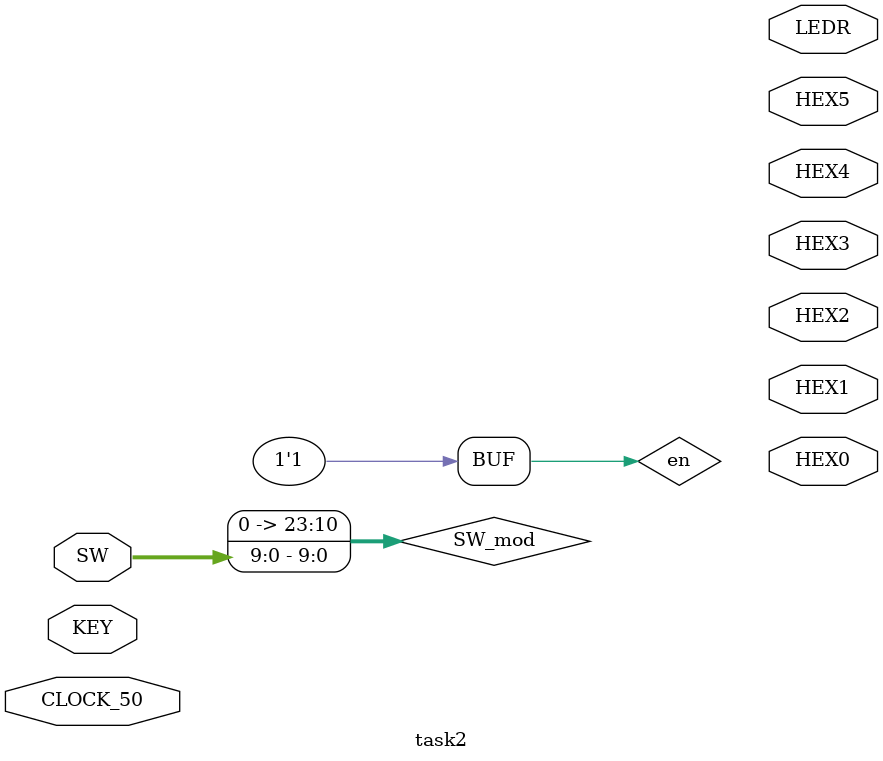
<source format=sv>
module task2(input logic CLOCK_50, input logic [3:0] KEY, input logic [9:0] SW,
             output logic [6:0] HEX0, output logic [6:0] HEX1, output logic [6:0] HEX2,
             output logic [6:0] HEX3, output logic [6:0] HEX4, output logic [6:0] HEX5,
             output logic [9:0] LEDR);
//inputs for ksa
wire en, ksa_en;
assign en = 1;
//outputs for ksa
wire rdy_ksa, rdy_init, wren_init, wren_ksa, wren;
wire [7:0] addr_init, addr_ksa, addr, wrdata, wrdata_init, wrdata_ksa;
//outputs for mem
wire [7:0] q;

//inputs for switch
wire [23:0] SW_mod;
assign SW_mod = {14'b00000000000000, SW};

    assign ksa_en = wren_init ? 0 : 1;

    assign addr = wren_init? addr_init: addr_ksa;
    assign wrdata = wren_init? wrdata_init: wrdata_ksa;
    assign wren = wren_init? wren_init: wren_ksa;
    //instantiating s_mem
    s_mem s(addr, CLOCK_50, wrdata, wren, q);

    //instantiating init
    init i(CLOCK_50, KEY[3], en, rdy_init, addr_init, wrdata_init, wren_init);

    //instantiating ksa
    ksa ksa1(CLOCK_50, KEY[3], ksa_en, rdy_ksa, SW_mod, addr_ksa, q, wrdata_ksa, wren_ksa);

    
    
endmodule: task2

</source>
